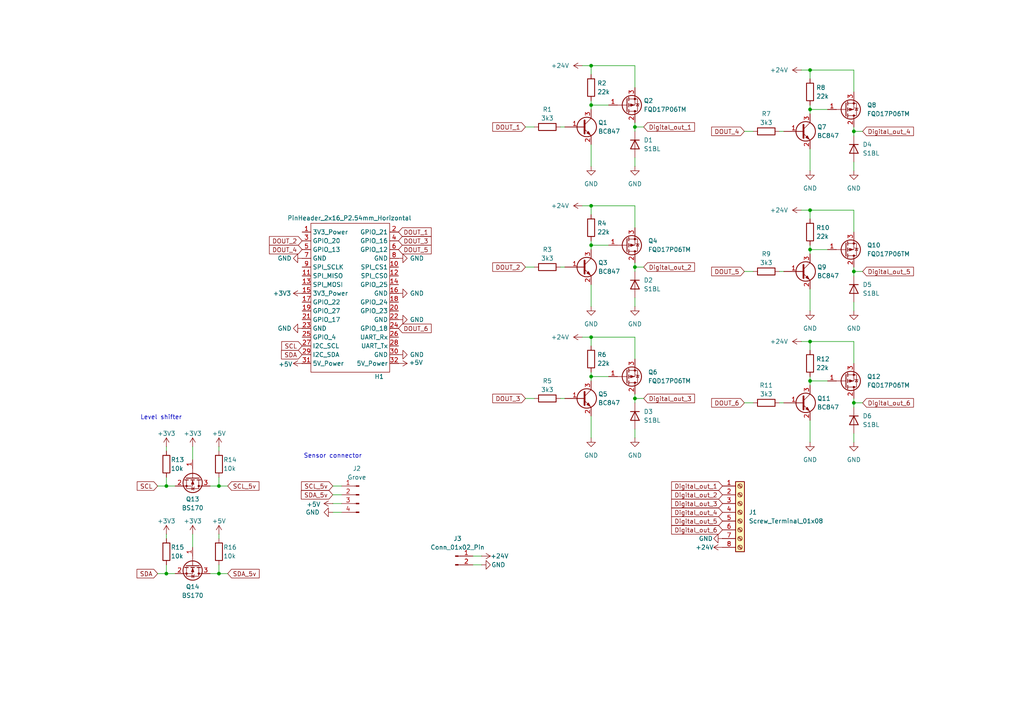
<source format=kicad_sch>
(kicad_sch (version 20231120) (generator "eeschema") (generator_version "8.0")
  (paper "A4")
  (lib_symbols
    (symbol "Connector:Conn_01x02_Pin" (pin_names (offset 1.016) hide)
      (property "Reference" "J" (at 0 2.54 0))
      (property "Value" "Conn_01x02_Pin" (at 0 -5.08 0))
      (symbol "Conn_01x02_Pin_1_1"
        (polyline (pts (xy 1.27 -2.54) (xy 0.8636 -2.54)) (stroke (width 0.1524)))
        (polyline (pts (xy 1.27 0) (xy 0.8636 0)) (stroke (width 0.1524)))
        (rectangle (start 0.8636 -2.413) (end 0 -2.667) (stroke (width 0.1524)) (fill (type outline)))
        (rectangle (start 0.8636 0.127) (end 0 -0.127) (stroke (width 0.1524)) (fill (type outline)))
        (pin passive line (at 5.08 0 180) (length 3.81) (name "Pin_1") (number "1"))
        (pin passive line (at 5.08 -2.54 180) (length 3.81) (name "Pin_2") (number "2"))
      )
    )
    (symbol "Connector:Conn_01x04_Pin" (pin_names (offset 1.016) hide)
      (property "Reference" "J" (at 0 5.08 0))
      (property "Value" "Conn_01x04_Pin" (at 0 -7.62 0))
      (symbol "Conn_01x04_Pin_1_1"
        (polyline (pts (xy 1.27 -5.08) (xy 0.8636 -5.08)) (stroke (width 0.1524)))
        (polyline (pts (xy 1.27 -2.54) (xy 0.8636 -2.54)) (stroke (width 0.1524)))
        (polyline (pts (xy 1.27 0) (xy 0.8636 0)) (stroke (width 0.1524)))
        (polyline (pts (xy 1.27 2.54) (xy 0.8636 2.54)) (stroke (width 0.1524)))
        (rectangle (start 0.8636 -4.953) (end 0 -5.207) (stroke (width 0.1524)) (fill (type outline)))
        (rectangle (start 0.8636 -2.413) (end 0 -2.667) (stroke (width 0.1524)) (fill (type outline)))
        (rectangle (start 0.8636 0.127) (end 0 -0.127) (stroke (width 0.1524)) (fill (type outline)))
        (rectangle (start 0.8636 2.667) (end 0 2.413) (stroke (width 0.1524)) (fill (type outline)))
        (pin passive line (at 5.08 2.54 180) (length 3.81) (name "Pin_1") (number "1"))
        (pin passive line (at 5.08 0 180) (length 3.81) (name "Pin_2") (number "2"))
        (pin passive line (at 5.08 -2.54 180) (length 3.81) (name "Pin_3") (number "3"))
        (pin passive line (at 5.08 -5.08 180) (length 3.81) (name "Pin_4") (number "4"))
      )
    )
    (symbol "Connector:Screw_Terminal_01x08" (pin_names (offset 1.016) hide)
      (property "Reference" "J" (at 0 10.16 0))
      (property "Value" "Screw_Terminal_01x08" (at 0 -12.7 0))
      (symbol "Screw_Terminal_01x08_1_1"
        (rectangle (start -1.27 8.89) (end 1.27 -11.43) (stroke (width 0.254)) (fill (type background)))
        (circle (center 0 -10.16) (radius 0.635) (stroke (width 0.1524)))
        (circle (center 0 -7.62) (radius 0.635) (stroke (width 0.1524)))
        (circle (center 0 -5.08) (radius 0.635) (stroke (width 0.1524)))
        (circle (center 0 -2.54) (radius 0.635) (stroke (width 0.1524)))
        (polyline (pts (xy -0.5334 -9.8298) (xy 0.3302 -10.668)) (stroke (width 0.1524)))
        (polyline (pts (xy -0.5334 -7.2898) (xy 0.3302 -8.128)) (stroke (width 0.1524)))
        (polyline (pts (xy -0.5334 -4.7498) (xy 0.3302 -5.588)) (stroke (width 0.1524)))
        (polyline (pts (xy -0.5334 -2.2098) (xy 0.3302 -3.048)) (stroke (width 0.1524)))
        (polyline (pts (xy -0.5334 0.3302) (xy 0.3302 -0.508)) (stroke (width 0.1524)))
        (polyline (pts (xy -0.5334 2.8702) (xy 0.3302 2.032)) (stroke (width 0.1524)))
        (polyline (pts (xy -0.5334 5.4102) (xy 0.3302 4.572)) (stroke (width 0.1524)))
        (polyline (pts (xy -0.5334 7.9502) (xy 0.3302 7.112)) (stroke (width 0.1524)))
        (polyline (pts (xy -0.3556 -9.652) (xy 0.508 -10.4902)) (stroke (width 0.1524)))
        (polyline (pts (xy -0.3556 -7.112) (xy 0.508 -7.9502)) (stroke (width 0.1524)))
        (polyline (pts (xy -0.3556 -4.572) (xy 0.508 -5.4102)) (stroke (width 0.1524)))
        (polyline (pts (xy -0.3556 -2.032) (xy 0.508 -2.8702)) (stroke (width 0.1524)))
        (polyline (pts (xy -0.3556 0.508) (xy 0.508 -0.3302)) (stroke (width 0.1524)))
        (polyline (pts (xy -0.3556 3.048) (xy 0.508 2.2098)) (stroke (width 0.1524)))
        (polyline (pts (xy -0.3556 5.588) (xy 0.508 4.7498)) (stroke (width 0.1524)))
        (polyline (pts (xy -0.3556 8.128) (xy 0.508 7.2898)) (stroke (width 0.1524)))
        (circle (center 0 0) (radius 0.635) (stroke (width 0.1524)))
        (circle (center 0 2.54) (radius 0.635) (stroke (width 0.1524)))
        (circle (center 0 5.08) (radius 0.635) (stroke (width 0.1524)))
        (circle (center 0 7.62) (radius 0.635) (stroke (width 0.1524)))
        (pin passive line (at -5.08 7.62 0) (length 3.81) (name "Pin_1") (number "1"))
        (pin passive line (at -5.08 5.08 0) (length 3.81) (name "Pin_2") (number "2"))
        (pin passive line (at -5.08 2.54 0) (length 3.81) (name "Pin_3") (number "3"))
        (pin passive line (at -5.08 0 0) (length 3.81) (name "Pin_4") (number "4"))
        (pin passive line (at -5.08 -2.54 0) (length 3.81) (name "Pin_5") (number "5"))
        (pin passive line (at -5.08 -5.08 0) (length 3.81) (name "Pin_6") (number "6"))
        (pin passive line (at -5.08 -7.62 0) (length 3.81) (name "Pin_7") (number "7"))
        (pin passive line (at -5.08 -10.16 0) (length 3.81) (name "Pin_8") (number "8"))
      )
    )
    (symbol "Device:D" (pin_numbers hide) (pin_names (offset 1.016) hide)
      (property "Reference" "D" (at 0 2.54 0))
      (property "Value" "D" (at 0 -2.54 0))
      (symbol "D_0_1"
        (polyline (pts (xy -1.27 1.27) (xy -1.27 -1.27)) (stroke (width 0.254)))
        (polyline (pts (xy 1.27 0) (xy -1.27 0)))
        (polyline (pts (xy 1.27 1.27) (xy 1.27 -1.27) (xy -1.27 0) (xy 1.27 1.27)) (stroke (width 0.254)))
      )
      (symbol "D_1_1"
        (pin passive line (at -3.81 0 0) (length 2.54) (name "K") (number "1"))
        (pin passive line (at 3.81 0 180) (length 2.54) (name "A") (number "2"))
      )
    )
    (symbol "Device:Q_NMOS_GSD" (pin_names (offset 0) hide)
      (property "Reference" "Q" (at 5.08 1.27 0))
      (property "Value" "Q_NMOS_GSD" (at 5.08 -1.27 0))
      (symbol "Q_NMOS_GSD_0_1"
        (polyline (pts (xy 0.254 0) (xy -2.54 0)))
        (polyline (pts (xy 0.254 1.905) (xy 0.254 -1.905)) (stroke (width 0.254)))
        (polyline (pts (xy 0.762 -1.27) (xy 0.762 -2.286)) (stroke (width 0.254)))
        (polyline (pts (xy 0.762 0.508) (xy 0.762 -0.508)) (stroke (width 0.254)))
        (polyline (pts (xy 0.762 2.286) (xy 0.762 1.27)) (stroke (width 0.254)))
        (polyline (pts (xy 2.54 2.54) (xy 2.54 1.778)))
        (polyline (pts (xy 2.54 -2.54) (xy 2.54 0) (xy 0.762 0)))
        (polyline (pts (xy 0.762 -1.778) (xy 3.302 -1.778) (xy 3.302 1.778) (xy 0.762 1.778)))
        (polyline (pts (xy 1.016 0) (xy 2.032 0.381) (xy 2.032 -0.381) (xy 1.016 0)) (fill (type outline)))
        (polyline (pts (xy 2.794 0.508) (xy 2.921 0.381) (xy 3.683 0.381) (xy 3.81 0.254)))
        (polyline (pts (xy 3.302 0.381) (xy 2.921 -0.254) (xy 3.683 -0.254) (xy 3.302 0.381)))
        (circle (center 1.651 0) (radius 2.794) (stroke (width 0.254)))
        (circle (center 2.54 -1.778) (radius 0.254) (fill (type outline)))
        (circle (center 2.54 1.778) (radius 0.254) (fill (type outline)))
      )
      (symbol "Q_NMOS_GSD_1_1"
        (pin input line (at -5.08 0 0) (length 2.54) (name "G") (number "1"))
        (pin passive line (at 2.54 -5.08 90) (length 2.54) (name "S") (number "2"))
        (pin passive line (at 2.54 5.08 270) (length 2.54) (name "D") (number "3"))
      )
    )
    (symbol "Device:Q_PMOS_GDS" (pin_names (offset 0) hide)
      (property "Reference" "Q" (at 5.08 1.27 0))
      (property "Value" "Q_PMOS_GDS" (at 5.08 -1.27 0))
      (symbol "Q_PMOS_GDS_0_1"
        (polyline (pts (xy 0.254 0) (xy -2.54 0)))
        (polyline (pts (xy 0.254 1.905) (xy 0.254 -1.905)) (stroke (width 0.254)))
        (polyline (pts (xy 0.762 -1.27) (xy 0.762 -2.286)) (stroke (width 0.254)))
        (polyline (pts (xy 0.762 0.508) (xy 0.762 -0.508)) (stroke (width 0.254)))
        (polyline (pts (xy 0.762 2.286) (xy 0.762 1.27)) (stroke (width 0.254)))
        (polyline (pts (xy 2.54 2.54) (xy 2.54 1.778)))
        (polyline (pts (xy 2.54 -2.54) (xy 2.54 0) (xy 0.762 0)))
        (polyline (pts (xy 0.762 1.778) (xy 3.302 1.778) (xy 3.302 -1.778) (xy 0.762 -1.778)))
        (polyline (pts (xy 2.286 0) (xy 1.27 0.381) (xy 1.27 -0.381) (xy 2.286 0)) (fill (type outline)))
        (polyline (pts (xy 2.794 -0.508) (xy 2.921 -0.381) (xy 3.683 -0.381) (xy 3.81 -0.254)))
        (polyline (pts (xy 3.302 -0.381) (xy 2.921 0.254) (xy 3.683 0.254) (xy 3.302 -0.381)))
        (circle (center 1.651 0) (radius 2.794) (stroke (width 0.254)))
        (circle (center 2.54 -1.778) (radius 0.254) (fill (type outline)))
        (circle (center 2.54 1.778) (radius 0.254) (fill (type outline)))
      )
      (symbol "Q_PMOS_GDS_1_1"
        (pin input line (at -5.08 0 0) (length 2.54) (name "G") (number "1"))
        (pin passive line (at 2.54 5.08 270) (length 2.54) (name "D") (number "2"))
        (pin passive line (at 2.54 -5.08 90) (length 2.54) (name "S") (number "3"))
      )
    )
    (symbol "Device:R" (pin_numbers hide) (pin_names (offset 0))
      (property "Reference" "R" (at 2.032 0 90))
      (property "Value" "R" (at 0 0 90))
      (symbol "R_0_1"
        (rectangle (start -1.016 -2.54) (end 1.016 2.54) (stroke (width 0.254)))
      )
      (symbol "R_1_1"
        (pin passive line (at 0 3.81 270) (length 1.27) (name "~") (number "1"))
        (pin passive line (at 0 -3.81 90) (length 1.27) (name "~") (number "2"))
      )
    )
    (symbol "Edgeberry:Edgeberry_Cartridge_Connector"
      (property "Reference" "H" (at 8.382 -24.13 0))
      (property "Value" "Edgeberry Cartridge Connector" (at -0.254 21.844 0))
      (symbol "Edgeberry_Cartridge_Connector_0_1"
        (polyline (pts (xy -11.43 20.32) (xy 11.43 20.32) (xy 11.43 -22.86) (xy -11.43 -22.86) (xy -11.43 20.32)))
      )
      (symbol "Edgeberry_Cartridge_Connector_1_1"
        (pin output line (at -13.97 17.78 0) (length 2.54) (name "3V3_Power") (number "1"))
        (pin output line (at 13.97 7.62 180) (length 2.54) (name "SPI_CS1") (number "10"))
        (pin input line (at -13.97 5.08 0) (length 2.54) (name "SPI_MISO") (number "11"))
        (pin output line (at 13.97 5.08 180) (length 2.54) (name "SPI_CS0") (number "12"))
        (pin output line (at -13.97 2.54 0) (length 2.54) (name "SPI_MOSI") (number "13"))
        (pin bidirectional line (at 13.97 2.54 180) (length 2.54) (name "GPIO_25") (number "14"))
        (pin output line (at -13.97 0 0) (length 2.54) (name "3V3_Power") (number "15"))
        (pin bidirectional line (at 13.97 0 180) (length 2.54) (name "GND") (number "16"))
        (pin bidirectional line (at -13.97 -2.54 0) (length 2.54) (name "GPIO_22") (number "17"))
        (pin bidirectional line (at 13.97 -2.54 180) (length 2.54) (name "GPIO_24") (number "18"))
        (pin bidirectional line (at -13.97 -5.08 0) (length 2.54) (name "GPIO_27") (number "19"))
        (pin bidirectional line (at 13.97 17.78 180) (length 2.54) (name "GPIO_21") (number "2"))
        (pin bidirectional line (at 13.97 -5.08 180) (length 2.54) (name "GPIO_23") (number "20"))
        (pin bidirectional line (at -13.97 -7.62 0) (length 2.54) (name "GPIO_17") (number "21"))
        (pin output line (at 13.97 -7.62 180) (length 2.54) (name "GND") (number "22"))
        (pin output line (at -13.97 -10.16 0) (length 2.54) (name "GND") (number "23"))
        (pin bidirectional line (at 13.97 -10.16 180) (length 2.54) (name "GPIO_18") (number "24"))
        (pin bidirectional line (at -13.97 -12.7 0) (length 2.54) (name "GPIO_4") (number "25"))
        (pin input line (at 13.97 -12.7 180) (length 2.54) (name "UART_Rx") (number "26"))
        (pin output line (at -13.97 -15.24 0) (length 2.54) (name "I2C_SCL") (number "27"))
        (pin output line (at 13.97 -15.24 180) (length 2.54) (name "UART_Tx") (number "28"))
        (pin bidirectional line (at -13.97 -17.78 0) (length 2.54) (name "I2C_SDA") (number "29"))
        (pin bidirectional line (at -13.97 15.24 0) (length 2.54) (name "GPIO_20") (number "3"))
        (pin output line (at 13.97 -17.78 180) (length 2.54) (name "GND") (number "30"))
        (pin output line (at -13.97 -20.32 0) (length 2.54) (name "5V_Power") (number "31"))
        (pin output line (at 13.97 -20.32 180) (length 2.54) (name "5V_Power") (number "32"))
        (pin bidirectional line (at 13.97 15.24 180) (length 2.54) (name "GPIO_16") (number "4"))
        (pin bidirectional line (at -13.97 12.7 0) (length 2.54) (name "GPIO_13") (number "5"))
        (pin bidirectional line (at 13.97 12.7 180) (length 2.54) (name "GPIO_12") (number "6"))
        (pin output line (at -13.97 10.16 0) (length 2.54) (name "GND") (number "7"))
        (pin output line (at 13.97 10.16 180) (length 2.54) (name "GND") (number "8"))
        (pin output line (at -13.97 7.62 0) (length 2.54) (name "SPI_SCLK") (number "9"))
      )
    )
    (symbol "Transistor_BJT:BC847" (pin_names (offset 0) hide)
      (property "Reference" "Q" (at 5.08 1.905 0))
      (property "Value" "BC847" (at 5.08 0 0))
      (symbol "BC847_0_1"
        (polyline (pts (xy 0.635 0.635) (xy 2.54 2.54)))
        (polyline (pts (xy 0.635 -0.635) (xy 2.54 -2.54) (xy 2.54 -2.54)))
        (polyline (pts (xy 0.635 1.905) (xy 0.635 -1.905) (xy 0.635 -1.905)) (stroke (width 0.508)))
        (polyline (pts (xy 1.27 -1.778) (xy 1.778 -1.27) (xy 2.286 -2.286) (xy 1.27 -1.778) (xy 1.27 -1.778)) (fill (type outline)))
        (circle (center 1.27 0) (radius 2.8194) (stroke (width 0.254)))
      )
      (symbol "BC847_1_1"
        (pin input line (at -5.08 0 0) (length 5.715) (name "B") (number "1"))
        (pin passive line (at 2.54 -5.08 90) (length 2.54) (name "E") (number "2"))
        (pin passive line (at 2.54 5.08 270) (length 2.54) (name "C") (number "3"))
      )
    )
    (symbol "power:+24V" (power) (pin_numbers hide) (pin_names (offset 0) hide)
      (property "Value" "+24V" (at 0 3.556 0))
      (symbol "+24V_0_1"
        (polyline (pts (xy -0.762 1.27) (xy 0 2.54)))
        (polyline (pts (xy 0 0) (xy 0 2.54)))
        (polyline (pts (xy 0 2.54) (xy 0.762 1.27)))
      )
      (symbol "+24V_1_1"
        (pin power_in line (at 0 0 90) (length 0) (name "~") (number "1"))
      )
    )
    (symbol "power:+3V3" (power) (pin_numbers hide) (pin_names (offset 0) hide)
      (property "Value" "+3V3" (at 0 3.556 0))
      (symbol "+3V3_0_1"
        (polyline (pts (xy -0.762 1.27) (xy 0 2.54)))
        (polyline (pts (xy 0 0) (xy 0 2.54)))
        (polyline (pts (xy 0 2.54) (xy 0.762 1.27)))
      )
      (symbol "+3V3_1_1"
        (pin power_in line (at 0 0 90) (length 0) (name "~") (number "1"))
      )
    )
    (symbol "power:+5V" (power) (pin_numbers hide) (pin_names (offset 0) hide)
      (property "Value" "+5V" (at 0 3.556 0))
      (symbol "+5V_0_1"
        (polyline (pts (xy -0.762 1.27) (xy 0 2.54)))
        (polyline (pts (xy 0 0) (xy 0 2.54)))
        (polyline (pts (xy 0 2.54) (xy 0.762 1.27)))
      )
      (symbol "+5V_1_1"
        (pin power_in line (at 0 0 90) (length 0) (name "~") (number "1"))
      )
    )
    (symbol "power:GND" (power) (pin_numbers hide) (pin_names (offset 0) hide)
      (property "Value" "GND" (at 0 -3.81 0))
      (symbol "GND_0_1"
        (polyline (pts (xy 0 0) (xy 0 -1.27) (xy 1.27 -1.27) (xy 0 -2.54) (xy -1.27 -1.27) (xy 0 -1.27)))
      )
      (symbol "GND_1_1"
        (pin power_in line (at 0 0 270) (length 0) (name "~") (number "1"))
      )
    )
  )
  (junction (at 234.95 60.96))
  (junction (at 171.45 97.79))
  (junction (at 234.95 31.75))
  (junction (at 171.45 30.48))
  (junction (at 184.15 77.47))
  (junction (at 184.15 115.57))
  (junction (at 247.65 116.84))
  (junction (at 171.45 109.22))
  (junction (at 171.45 71.12))
  (junction (at 247.65 78.74))
  (junction (at 171.45 19.05))
  (junction (at 63.5 140.97))
  (junction (at 234.95 72.39))
  (junction (at 184.15 36.83))
  (junction (at 234.95 20.32))
  (junction (at 63.5 166.37))
  (junction (at 171.45 59.69))
  (junction (at 48.26 140.97))
  (junction (at 247.65 38.1))
  (junction (at 234.95 110.49))
  (junction (at 234.95 99.06))
  (junction (at 48.26 166.37))
  (wire (pts (xy 234.95 31.75) (xy 240.03 31.75)))
  (wire (pts (xy 152.4 115.57) (xy 154.94 115.57)))
  (wire (pts (xy 234.95 60.96) (xy 247.65 60.96)))
  (wire (pts (xy 226.06 78.74) (xy 227.33 78.74)))
  (wire (pts (xy 171.45 29.21) (xy 171.45 30.48)))
  (wire (pts (xy 63.5 129.54) (xy 63.5 130.81)))
  (wire (pts (xy 99.06 148.59) (xy 96.52 148.59)))
  (wire (pts (xy 60.96 166.37) (xy 63.5 166.37)))
  (wire (pts (xy 234.95 60.96) (xy 234.95 63.5)))
  (wire (pts (xy 247.65 38.1) (xy 247.65 39.37)))
  (wire (pts (xy 171.45 71.12) (xy 171.45 72.39)))
  (wire (pts (xy 234.95 99.06) (xy 234.95 101.6)))
  (wire (pts (xy 162.56 115.57) (xy 163.83 115.57)))
  (wire (pts (xy 247.65 77.47) (xy 247.65 78.74)))
  (wire (pts (xy 184.15 124.46) (xy 184.15 127)))
  (wire (pts (xy 171.45 71.12) (xy 176.53 71.12)))
  (wire (pts (xy 234.95 121.92) (xy 234.95 128.27)))
  (wire (pts (xy 168.91 97.79) (xy 171.45 97.79)))
  (wire (pts (xy 184.15 59.69) (xy 184.15 66.04)))
  (wire (pts (xy 171.45 30.48) (xy 176.53 30.48)))
  (wire (pts (xy 48.26 138.43) (xy 48.26 140.97)))
  (wire (pts (xy 60.96 140.97) (xy 63.5 140.97)))
  (wire (pts (xy 247.65 78.74) (xy 250.19 78.74)))
  (wire (pts (xy 184.15 114.3) (xy 184.15 115.57)))
  (wire (pts (xy 96.52 140.97) (xy 99.06 140.97)))
  (wire (pts (xy 171.45 19.05) (xy 184.15 19.05)))
  (wire (pts (xy 171.45 59.69) (xy 184.15 59.69)))
  (wire (pts (xy 171.45 109.22) (xy 176.53 109.22)))
  (wire (pts (xy 215.9 78.74) (xy 218.44 78.74)))
  (wire (pts (xy 63.5 140.97) (xy 63.5 138.43)))
  (wire (pts (xy 247.65 116.84) (xy 250.19 116.84)))
  (wire (pts (xy 152.4 36.83) (xy 154.94 36.83)))
  (wire (pts (xy 234.95 110.49) (xy 234.95 111.76)))
  (wire (pts (xy 63.5 140.97) (xy 66.04 140.97)))
  (wire (pts (xy 184.15 97.79) (xy 184.15 104.14)))
  (wire (pts (xy 247.65 87.63) (xy 247.65 90.17)))
  (wire (pts (xy 63.5 154.94) (xy 63.5 156.21)))
  (wire (pts (xy 184.15 35.56) (xy 184.15 36.83)))
  (wire (pts (xy 184.15 77.47) (xy 186.69 77.47)))
  (wire (pts (xy 247.65 36.83) (xy 247.65 38.1)))
  (wire (pts (xy 234.95 72.39) (xy 234.95 73.66)))
  (wire (pts (xy 184.15 36.83) (xy 186.69 36.83)))
  (wire (pts (xy 152.4 77.47) (xy 154.94 77.47)))
  (wire (pts (xy 234.95 43.18) (xy 234.95 49.53)))
  (wire (pts (xy 215.9 38.1) (xy 218.44 38.1)))
  (wire (pts (xy 55.88 154.94) (xy 55.88 158.75)))
  (wire (pts (xy 247.65 116.84) (xy 247.65 118.11)))
  (wire (pts (xy 184.15 86.36) (xy 184.15 88.9)))
  (wire (pts (xy 48.26 154.94) (xy 48.26 156.21)))
  (wire (pts (xy 99.06 146.05) (xy 96.52 146.05)))
  (wire (pts (xy 232.41 99.06) (xy 234.95 99.06)))
  (wire (pts (xy 247.65 99.06) (xy 247.65 105.41)))
  (wire (pts (xy 247.65 78.74) (xy 247.65 80.01)))
  (wire (pts (xy 63.5 166.37) (xy 63.5 163.83)))
  (wire (pts (xy 48.26 166.37) (xy 50.8 166.37)))
  (wire (pts (xy 171.45 120.65) (xy 171.45 127)))
  (wire (pts (xy 215.9 116.84) (xy 218.44 116.84)))
  (wire (pts (xy 234.95 31.75) (xy 234.95 33.02)))
  (wire (pts (xy 162.56 36.83) (xy 163.83 36.83)))
  (wire (pts (xy 171.45 97.79) (xy 184.15 97.79)))
  (wire (pts (xy 226.06 116.84) (xy 227.33 116.84)))
  (wire (pts (xy 234.95 20.32) (xy 234.95 22.86)))
  (wire (pts (xy 234.95 99.06) (xy 247.65 99.06)))
  (wire (pts (xy 171.45 19.05) (xy 171.45 21.59)))
  (wire (pts (xy 247.65 38.1) (xy 250.19 38.1)))
  (wire (pts (xy 226.06 38.1) (xy 227.33 38.1)))
  (wire (pts (xy 247.65 115.57) (xy 247.65 116.84)))
  (wire (pts (xy 168.91 59.69) (xy 171.45 59.69)))
  (wire (pts (xy 45.72 140.97) (xy 48.26 140.97)))
  (wire (pts (xy 168.91 19.05) (xy 171.45 19.05)))
  (wire (pts (xy 234.95 72.39) (xy 240.03 72.39)))
  (wire (pts (xy 234.95 83.82) (xy 234.95 90.17)))
  (wire (pts (xy 247.65 46.99) (xy 247.65 49.53)))
  (wire (pts (xy 45.72 166.37) (xy 48.26 166.37)))
  (wire (pts (xy 184.15 76.2) (xy 184.15 77.47)))
  (wire (pts (xy 171.45 69.85) (xy 171.45 71.12)))
  (wire (pts (xy 184.15 115.57) (xy 184.15 116.84)))
  (wire (pts (xy 171.45 82.55) (xy 171.45 88.9)))
  (wire (pts (xy 184.15 45.72) (xy 184.15 48.26)))
  (wire (pts (xy 48.26 163.83) (xy 48.26 166.37)))
  (wire (pts (xy 232.41 60.96) (xy 234.95 60.96)))
  (wire (pts (xy 234.95 30.48) (xy 234.95 31.75)))
  (wire (pts (xy 137.16 163.83) (xy 139.7 163.83)))
  (wire (pts (xy 171.45 107.95) (xy 171.45 109.22)))
  (wire (pts (xy 55.88 129.54) (xy 55.88 133.35)))
  (wire (pts (xy 171.45 97.79) (xy 171.45 100.33)))
  (wire (pts (xy 184.15 36.83) (xy 184.15 38.1)))
  (wire (pts (xy 234.95 110.49) (xy 240.03 110.49)))
  (wire (pts (xy 232.41 20.32) (xy 234.95 20.32)))
  (wire (pts (xy 234.95 20.32) (xy 247.65 20.32)))
  (wire (pts (xy 162.56 77.47) (xy 163.83 77.47)))
  (wire (pts (xy 234.95 109.22) (xy 234.95 110.49)))
  (wire (pts (xy 63.5 166.37) (xy 66.04 166.37)))
  (wire (pts (xy 137.16 161.29) (xy 139.7 161.29)))
  (wire (pts (xy 48.26 140.97) (xy 50.8 140.97)))
  (wire (pts (xy 171.45 59.69) (xy 171.45 62.23)))
  (wire (pts (xy 99.06 143.51) (xy 96.52 143.51)))
  (wire (pts (xy 247.65 60.96) (xy 247.65 67.31)))
  (wire (pts (xy 184.15 115.57) (xy 186.69 115.57)))
  (wire (pts (xy 247.65 20.32) (xy 247.65 26.67)))
  (wire (pts (xy 234.95 71.12) (xy 234.95 72.39)))
  (wire (pts (xy 171.45 30.48) (xy 171.45 31.75)))
  (wire (pts (xy 171.45 109.22) (xy 171.45 110.49)))
  (wire (pts (xy 48.26 129.54) (xy 48.26 130.81)))
  (wire (pts (xy 184.15 19.05) (xy 184.15 25.4)))
  (wire (pts (xy 171.45 41.91) (xy 171.45 48.26)))
  (wire (pts (xy 184.15 77.47) (xy 184.15 78.74)))
  (wire (pts (xy 247.65 125.73) (xy 247.65 128.27)))
  (text "Sensor connector" (at 96.52 132.334 0) (effects (font (size 1.27 1.27))))
  (text "Level shifter" (at 46.736 121.158 0) (effects (font (size 1.27 1.27))))
  (global_label "Digital_out_3" (shape input) (at 209.55 146.05 180) (property "Intersheetrefs" "${INTERSHEET_REFS}" (effects (hide yes))))
  (global_label "SDA_5v" (shape input) (at 96.52 143.51 180) (property "Intersheetrefs" "${INTERSHEET_REFS}" (effects (hide yes))))
  (global_label "DOUT_3" (shape input) (at 152.4 115.57 180) (property "Intersheetrefs" "${INTERSHEET_REFS}" (effects (hide yes))))
  (global_label "DOUT_3" (shape input) (at 115.57 69.85 0) (property "Intersheetrefs" "${INTERSHEET_REFS}" (effects (hide yes))))
  (global_label "DOUT_2" (shape input) (at 152.4 77.47 180) (property "Intersheetrefs" "${INTERSHEET_REFS}" (effects (hide yes))))
  (global_label "SCL" (shape input) (at 87.63 100.33 180) (property "Intersheetrefs" "${INTERSHEET_REFS}" (effects (hide yes))))
  (global_label "DOUT_6" (shape input) (at 115.57 95.25 0) (property "Intersheetrefs" "${INTERSHEET_REFS}" (effects (hide yes))))
  (global_label "Digital_out_2" (shape input) (at 186.69 77.47 0) (property "Intersheetrefs" "${INTERSHEET_REFS}" (effects (hide yes))))
  (global_label "SCL_5v" (shape input) (at 66.04 140.97 0) (property "Intersheetrefs" "${INTERSHEET_REFS}" (effects (hide yes))))
  (global_label "DOUT_1" (shape input) (at 115.57 67.31 0) (property "Intersheetrefs" "${INTERSHEET_REFS}" (effects (hide yes))))
  (global_label "SCL" (shape input) (at 45.72 140.97 180) (property "Intersheetrefs" "${INTERSHEET_REFS}" (effects (hide yes))))
  (global_label "Digital_out_4" (shape input) (at 250.19 38.1 0) (property "Intersheetrefs" "${INTERSHEET_REFS}" (effects (hide yes))))
  (global_label "Digital_out_6" (shape input) (at 209.55 153.67 180) (property "Intersheetrefs" "${INTERSHEET_REFS}" (effects (hide yes))))
  (global_label "DOUT_4" (shape input) (at 87.63 72.39 180) (property "Intersheetrefs" "${INTERSHEET_REFS}" (effects (hide yes))))
  (global_label "Digital_out_1" (shape input) (at 209.55 140.97 180) (property "Intersheetrefs" "${INTERSHEET_REFS}" (effects (hide yes))))
  (global_label "Digital_out_5" (shape input) (at 209.55 151.13 180) (property "Intersheetrefs" "${INTERSHEET_REFS}" (effects (hide yes))))
  (global_label "Digital_out_5" (shape input) (at 250.19 78.74 0) (property "Intersheetrefs" "${INTERSHEET_REFS}" (effects (hide yes))))
  (global_label "DOUT_5" (shape input) (at 215.9 78.74 180) (property "Intersheetrefs" "${INTERSHEET_REFS}" (effects (hide yes))))
  (global_label "Digital_out_6" (shape input) (at 250.19 116.84 0) (property "Intersheetrefs" "${INTERSHEET_REFS}" (effects (hide yes))))
  (global_label "DOUT_1" (shape input) (at 152.4 36.83 180) (property "Intersheetrefs" "${INTERSHEET_REFS}" (effects (hide yes))))
  (global_label "DOUT_4" (shape input) (at 215.9 38.1 180) (property "Intersheetrefs" "${INTERSHEET_REFS}" (effects (hide yes))))
  (global_label "SDA" (shape input) (at 87.63 102.87 180) (property "Intersheetrefs" "${INTERSHEET_REFS}" (effects (hide yes))))
  (global_label "Digital_out_2" (shape input) (at 209.55 143.51 180) (property "Intersheetrefs" "${INTERSHEET_REFS}" (effects (hide yes))))
  (global_label "SDA" (shape input) (at 45.72 166.37 180) (property "Intersheetrefs" "${INTERSHEET_REFS}" (effects (hide yes))))
  (global_label "SDA_5v" (shape input) (at 66.04 166.37 0) (property "Intersheetrefs" "${INTERSHEET_REFS}" (effects (hide yes))))
  (global_label "Digital_out_3" (shape input) (at 186.69 115.57 0) (property "Intersheetrefs" "${INTERSHEET_REFS}" (effects (hide yes))))
  (global_label "Digital_out_1" (shape input) (at 186.69 36.83 0) (property "Intersheetrefs" "${INTERSHEET_REFS}" (effects (hide yes))))
  (global_label "Digital_out_4" (shape input) (at 209.55 148.59 180) (property "Intersheetrefs" "${INTERSHEET_REFS}" (effects (hide yes))))
  (global_label "DOUT_2" (shape input) (at 87.63 69.85 180) (property "Intersheetrefs" "${INTERSHEET_REFS}" (effects (hide yes))))
  (global_label "SCL_5v" (shape input) (at 96.52 140.97 180) (property "Intersheetrefs" "${INTERSHEET_REFS}" (effects (hide yes))))
  (global_label "DOUT_5" (shape input) (at 115.57 72.39 0) (property "Intersheetrefs" "${INTERSHEET_REFS}" (effects (hide yes))))
  (global_label "DOUT_6" (shape input) (at 215.9 116.84 180) (property "Intersheetrefs" "${INTERSHEET_REFS}" (effects (hide yes))))
  (symbol (lib_id "Device:R") (at 171.45 66.04 0) (unit 1)
    (property "Reference" "R4" (at 173.228 64.77 0) (effects (justify left)))
    (property "Value" "22k" (at 173.228 67.31 0) (effects (justify left)))
    (property "Footprint" "Resistor_SMD:R_0805_2012Metric" (effects (hide yes)))
    (property "Description" "Resistor" (effects (hide yes)))
  )
  (symbol (lib_id "Device:R") (at 158.75 77.47 90) (unit 1)
    (property "Reference" "R3" (at 158.75 72.39 90))
    (property "Value" "3k3" (at 158.75 74.93 90))
    (property "Footprint" "Resistor_SMD:R_0805_2012Metric" (effects (hide yes)))
    (property "Description" "Resistor" (effects (hide yes)))
  )
  (symbol (lib_id "power:GND") (at 247.65 128.27 0) (unit 1)
    (property "Reference" "#PWR018" (effects (hide yes)))
    (property "Value" "GND" (at 247.65 133.35 0))
    (property "Description" "Power symbol creates a global label with name \"GND\" , ground" (effects (hide yes)))
  )
  (symbol (lib_id "power:+5V") (at 63.5 129.54 0) (unit 1)
    (property "Reference" "#PWR025" (effects (hide yes)))
    (property "Value" "+5V" (at 63.5 125.73 0))
    (property "Description" "Power symbol creates a global label with name \"+5V\"" (effects (hide yes)))
  )
  (symbol (lib_id "power:+5V") (at 63.5 154.94 0) (unit 1)
    (property "Reference" "#PWR026" (effects (hide yes)))
    (property "Value" "+5V" (at 63.5 151.13 0))
    (property "Description" "Power symbol creates a global label with name \"+5V\"" (effects (hide yes)))
  )
  (symbol (lib_id "Device:D") (at 184.15 120.65 270) (unit 1)
    (property "Reference" "D3" (at 186.69 119.3799 90) (effects (justify left)))
    (property "Value" "S1BL" (at 186.69 121.9199 90) (effects (justify left)))
    (property "Footprint" "emcosys:S1BL_diode" (effects (hide yes)))
    (property "Description" "Diode" (effects (hide yes)))
    (property "Sim.Device" "D" (effects (hide yes)))
    (property "Sim.Pins" "1=K 2=A" (effects (hide yes)))
  )
  (symbol (lib_id "power:GND") (at 115.57 85.09 90) (mirror x) (unit 1)
    (property "Reference" "#PWR036" (effects (hide yes)))
    (property "Value" "GND" (at 118.872 85.09 90) (effects (justify right)))
    (property "Description" "Power symbol creates a global label with name \"GND\" , ground" (effects (hide yes)))
  )
  (symbol (lib_id "power:+24V") (at 232.41 99.06 90) (unit 1)
    (property "Reference" "#PWR012" (effects (hide yes)))
    (property "Value" "+24V" (at 228.6 99.0599 90) (effects (justify left)))
    (property "Description" "Power symbol creates a global label with name \"+24V\"" (effects (hide yes)))
  )
  (symbol (lib_id "Transistor_BJT:BC847") (at 168.91 115.57 0) (unit 1)
    (property "Reference" "Q5" (at 173.482 114.3 0) (effects (justify left)))
    (property "Value" "BC847" (at 173.482 116.84 0) (effects (justify left)))
    (property "Footprint" "Package_TO_SOT_SMD:SOT-23" (effects (hide yes)))
    (property "Datasheet" "http://www.infineon.com/dgdl/Infineon-BC847SERIES_BC848SERIES_BC849SERIES_BC850SERIES-DS-v01_01-en.pdf?fileId=db3a304314dca389011541d4630a1657" (effects (hide yes)))
    (property "Description" "0.1A Ic, 45V Vce, NPN Transistor, SOT-23" (effects (hide yes)))
  )
  (symbol (lib_id "Device:R") (at 63.5 134.62 0) (unit 1)
    (property "Reference" "R14" (at 64.77 133.35 0) (effects (justify left)))
    (property "Value" "10k" (at 64.77 135.89 0) (effects (justify left)))
    (property "Footprint" "Resistor_SMD:R_0805_2012Metric" (effects (hide yes)))
    (property "Description" "Resistor" (effects (hide yes)))
  )
  (symbol (lib_id "Device:R") (at 171.45 104.14 0) (unit 1)
    (property "Reference" "R6" (at 173.228 102.87 0) (effects (justify left)))
    (property "Value" "22k" (at 173.228 105.41 0) (effects (justify left)))
    (property "Footprint" "Resistor_SMD:R_0805_2012Metric" (effects (hide yes)))
    (property "Description" "Resistor" (effects (hide yes)))
  )
  (symbol (lib_id "Device:Q_PMOS_GDS") (at 245.11 31.75 0) (mirror x) (unit 1)
    (property "Reference" "Q8" (at 251.46 30.48 0) (effects (justify left)))
    (property "Value" "FQD17P06TM" (at 251.46 33.02 0) (effects (justify left)))
    (property "Footprint" "Package_TO_SOT_SMD:TO-252-2" (effects (hide yes)))
    (property "Description" "P-MOSFET transistor, gate/drain/source" (effects (hide yes)))
  )
  (symbol (lib_id "power:+3V3") (at 87.63 85.09 90) (unit 1)
    (property "Reference" "#PWR039" (effects (hide yes)))
    (property "Value" "+3V3" (at 81.788 85.09 90))
    (property "Description" "Power symbol creates a global label with name \"+3V3\"" (effects (hide yes)))
  )
  (symbol (lib_id "power:+24V") (at 232.41 60.96 90) (unit 1)
    (property "Reference" "#PWR011" (effects (hide yes)))
    (property "Value" "+24V" (at 228.6 60.9599 90) (effects (justify left)))
    (property "Description" "Power symbol creates a global label with name \"+24V\"" (effects (hide yes)))
  )
  (symbol (lib_id "Connector:Screw_Terminal_01x08") (at 214.63 148.59 0) (unit 1)
    (property "Reference" "J1" (at 217.17 148.5899 0) (effects (justify left)))
    (property "Value" "Screw_Terminal_01x08" (at 217.17 151.1299 0) (effects (justify left)))
    (property "Footprint" "Connector_Phoenix_MSTB:PhoenixContact_MSTBA_2,5_8-G-5,08_1x08_P5.08mm_Horizontal" (effects (hide yes)))
    (property "Description" "Generic screw terminal, single row, 01x08, script generated (kicad-library-utils/schlib/autogen/connector/)" (effects (hide yes)))
  )
  (symbol (lib_id "Edgeberry:Edgeberry_Cartridge_Connector") (at 101.6 85.09 0) (unit 1)
    (property "Reference" "H1" (at 109.982 109.22 0))
    (property "Value" "PinHeader_2x16_P2.54mm_Horizontal" (at 101.346 63.246 0))
    (property "Footprint" "Connector_PinHeader_2.54mm:PinHeader_2x16_P2.54mm_Horizontal" (effects (hide yes)))
  )
  (symbol (lib_id "power:+5V") (at 87.63 105.41 90) (unit 1)
    (property "Reference" "#PWR031" (effects (hide yes)))
    (property "Value" "+5V" (at 82.804 105.664 90))
    (property "Description" "Power symbol creates a global label with name \"+5V\"" (effects (hide yes)))
  )
  (symbol (lib_id "power:GND") (at 139.7 163.83 90) (unit 1)
    (property "Reference" "#PWR024" (effects (hide yes)))
    (property "Value" "GND" (at 142.494 163.83 90) (effects (justify right)))
    (property "Description" "Power symbol creates a global label with name \"GND\" , ground" (effects (hide yes)))
  )
  (symbol (lib_id "power:+24V") (at 168.91 59.69 90) (unit 1)
    (property "Reference" "#PWR04" (effects (hide yes)))
    (property "Value" "+24V" (at 165.1 59.6899 90) (effects (justify left)))
    (property "Description" "Power symbol creates a global label with name \"+24V\"" (effects (hide yes)))
  )
  (symbol (lib_id "Device:D") (at 247.65 83.82 270) (unit 1)
    (property "Reference" "D5" (at 250.19 82.5499 90) (effects (justify left)))
    (property "Value" "S1BL" (at 250.19 85.0899 90) (effects (justify left)))
    (property "Footprint" "emcosys:S1BL_diode" (effects (hide yes)))
    (property "Description" "Diode" (effects (hide yes)))
    (property "Sim.Device" "D" (effects (hide yes)))
    (property "Sim.Pins" "1=K 2=A" (effects (hide yes)))
  )
  (symbol (lib_id "power:+3V3") (at 55.88 129.54 0) (unit 1)
    (property "Reference" "#PWR030" (effects (hide yes)))
    (property "Value" "+3V3" (at 55.88 125.73 0))
    (property "Description" "Power symbol creates a global label with name \"+3V3\"" (effects (hide yes)))
  )
  (symbol (lib_id "Device:D") (at 184.15 82.55 270) (unit 1)
    (property "Reference" "D2" (at 186.69 81.2799 90) (effects (justify left)))
    (property "Value" "S1BL" (at 186.69 83.8199 90) (effects (justify left)))
    (property "Footprint" "emcosys:S1BL_diode" (effects (hide yes)))
    (property "Description" "Diode" (effects (hide yes)))
    (property "Sim.Device" "D" (effects (hide yes)))
    (property "Sim.Pins" "1=K 2=A" (effects (hide yes)))
  )
  (symbol (lib_id "power:GND") (at 209.55 156.21 270) (unit 1)
    (property "Reference" "#PWR019" (effects (hide yes)))
    (property "Value" "GND" (at 206.756 156.21 90) (effects (justify right)))
    (property "Description" "Power symbol creates a global label with name \"GND\" , ground" (effects (hide yes)))
  )
  (symbol (lib_id "power:GND") (at 115.57 92.71 90) (mirror x) (unit 1)
    (property "Reference" "#PWR037" (effects (hide yes)))
    (property "Value" "GND" (at 118.872 92.71 90) (effects (justify right)))
    (property "Description" "Power symbol creates a global label with name \"GND\" , ground" (effects (hide yes)))
  )
  (symbol (lib_id "power:GND") (at 247.65 90.17 0) (unit 1)
    (property "Reference" "#PWR017" (effects (hide yes)))
    (property "Value" "GND" (at 247.65 95.25 0))
    (property "Description" "Power symbol creates a global label with name \"GND\" , ground" (effects (hide yes)))
  )
  (symbol (lib_id "Transistor_BJT:BC847") (at 232.41 78.74 0) (unit 1)
    (property "Reference" "Q9" (at 236.982 77.47 0) (effects (justify left)))
    (property "Value" "BC847" (at 236.982 80.01 0) (effects (justify left)))
    (property "Footprint" "Package_TO_SOT_SMD:SOT-23" (effects (hide yes)))
    (property "Datasheet" "http://www.infineon.com/dgdl/Infineon-BC847SERIES_BC848SERIES_BC849SERIES_BC850SERIES-DS-v01_01-en.pdf?fileId=db3a304314dca389011541d4630a1657" (effects (hide yes)))
    (property "Description" "0.1A Ic, 45V Vce, NPN Transistor, SOT-23" (effects (hide yes)))
  )
  (symbol (lib_id "Connector:Conn_01x02_Pin") (at 132.08 161.29 0) (unit 1)
    (property "Reference" "J3" (at 132.715 156.21 0))
    (property "Value" "Conn_01x02_Pin" (at 132.715 158.75 0))
    (property "Footprint" "Connector_Molex:Molex_KK-254_AE-6410-02A_1x02_P2.54mm_Vertical" (effects (hide yes)))
    (property "Description" "Generic connector, single row, 01x02, script generated" (effects (hide yes)))
  )
  (symbol (lib_id "power:GND") (at 247.65 49.53 0) (unit 1)
    (property "Reference" "#PWR016" (effects (hide yes)))
    (property "Value" "GND" (at 247.65 54.61 0))
    (property "Description" "Power symbol creates a global label with name \"GND\" , ground" (effects (hide yes)))
  )
  (symbol (lib_id "Device:R") (at 222.25 78.74 90) (unit 1)
    (property "Reference" "R9" (at 222.25 73.66 90))
    (property "Value" "3k3" (at 222.25 76.2 90))
    (property "Footprint" "Resistor_SMD:R_0805_2012Metric" (effects (hide yes)))
    (property "Description" "Resistor" (effects (hide yes)))
  )
  (symbol (lib_id "power:GND") (at 171.45 48.26 0) (unit 1)
    (property "Reference" "#PWR02" (effects (hide yes)))
    (property "Value" "GND" (at 171.45 53.34 0))
    (property "Description" "Power symbol creates a global label with name \"GND\" , ground" (effects (hide yes)))
  )
  (symbol (lib_id "Device:Q_PMOS_GDS") (at 245.11 72.39 0) (mirror x) (unit 1)
    (property "Reference" "Q10" (at 251.46 71.12 0) (effects (justify left)))
    (property "Value" "FQD17P06TM" (at 251.46 73.66 0) (effects (justify left)))
    (property "Footprint" "Package_TO_SOT_SMD:TO-252-2" (effects (hide yes)))
    (property "Description" "P-MOSFET transistor, gate/drain/source" (effects (hide yes)))
  )
  (symbol (lib_id "power:GND") (at 184.15 48.26 0) (unit 1)
    (property "Reference" "#PWR01" (effects (hide yes)))
    (property "Value" "GND" (at 184.15 53.34 0))
    (property "Description" "Power symbol creates a global label with name \"GND\" , ground" (effects (hide yes)))
  )
  (symbol (lib_id "Device:D") (at 184.15 41.91 270) (unit 1)
    (property "Reference" "D1" (at 186.69 40.6399 90) (effects (justify left)))
    (property "Value" "S1BL" (at 186.69 43.1799 90) (effects (justify left)))
    (property "Footprint" "emcosys:S1BL_diode" (effects (hide yes)))
    (property "Description" "Diode" (effects (hide yes)))
    (property "Sim.Device" "D" (effects (hide yes)))
    (property "Sim.Pins" "1=K 2=A" (effects (hide yes)))
  )
  (symbol (lib_id "Transistor_BJT:BC847") (at 232.41 38.1 0) (unit 1)
    (property "Reference" "Q7" (at 236.982 36.83 0) (effects (justify left)))
    (property "Value" "BC847" (at 236.982 39.37 0) (effects (justify left)))
    (property "Footprint" "Package_TO_SOT_SMD:SOT-23" (effects (hide yes)))
    (property "Datasheet" "http://www.infineon.com/dgdl/Infineon-BC847SERIES_BC848SERIES_BC849SERIES_BC850SERIES-DS-v01_01-en.pdf?fileId=db3a304314dca389011541d4630a1657" (effects (hide yes)))
    (property "Description" "0.1A Ic, 45V Vce, NPN Transistor, SOT-23" (effects (hide yes)))
  )
  (symbol (lib_id "power:GND") (at 234.95 90.17 0) (unit 1)
    (property "Reference" "#PWR014" (effects (hide yes)))
    (property "Value" "GND" (at 234.95 95.25 0))
    (property "Description" "Power symbol creates a global label with name \"GND\" , ground" (effects (hide yes)))
  )
  (symbol (lib_id "Device:R") (at 234.95 26.67 0) (unit 1)
    (property "Reference" "R8" (at 236.728 25.4 0) (effects (justify left)))
    (property "Value" "22k" (at 236.728 27.94 0) (effects (justify left)))
    (property "Footprint" "Resistor_SMD:R_0805_2012Metric" (effects (hide yes)))
    (property "Description" "Resistor" (effects (hide yes)))
  )
  (symbol (lib_id "power:GND") (at 87.63 95.25 270) (mirror x) (unit 1)
    (property "Reference" "#PWR034" (effects (hide yes)))
    (property "Value" "GND" (at 84.582 95.25 90) (effects (justify right)))
    (property "Description" "Power symbol creates a global label with name \"GND\" , ground" (effects (hide yes)))
  )
  (symbol (lib_id "Device:R") (at 222.25 38.1 90) (unit 1)
    (property "Reference" "R7" (at 222.25 33.02 90))
    (property "Value" "3k3" (at 222.25 35.56 90))
    (property "Footprint" "Resistor_SMD:R_0805_2012Metric" (effects (hide yes)))
    (property "Description" "Resistor" (effects (hide yes)))
  )
  (symbol (lib_id "power:+5V") (at 96.52 146.05 90) (unit 1)
    (property "Reference" "#PWR021" (effects (hide yes)))
    (property "Value" "+5V" (at 90.932 146.304 90))
    (property "Description" "Power symbol creates a global label with name \"+5V\"" (effects (hide yes)))
  )
  (symbol (lib_id "power:GND") (at 115.57 102.87 90) (mirror x) (unit 1)
    (property "Reference" "#PWR038" (effects (hide yes)))
    (property "Value" "GND" (at 118.872 102.87 90) (effects (justify right)))
    (property "Description" "Power symbol creates a global label with name \"GND\" , ground" (effects (hide yes)))
  )
  (symbol (lib_id "power:GND") (at 184.15 88.9 0) (unit 1)
    (property "Reference" "#PWR06" (effects (hide yes)))
    (property "Value" "GND" (at 184.15 93.98 0))
    (property "Description" "Power symbol creates a global label with name \"GND\" , ground" (effects (hide yes)))
  )
  (symbol (lib_id "Transistor_BJT:BC847") (at 168.91 77.47 0) (unit 1)
    (property "Reference" "Q3" (at 173.482 76.2 0) (effects (justify left)))
    (property "Value" "BC847" (at 173.482 78.74 0) (effects (justify left)))
    (property "Footprint" "Package_TO_SOT_SMD:SOT-23" (effects (hide yes)))
    (property "Datasheet" "http://www.infineon.com/dgdl/Infineon-BC847SERIES_BC848SERIES_BC849SERIES_BC850SERIES-DS-v01_01-en.pdf?fileId=db3a304314dca389011541d4630a1657" (effects (hide yes)))
    (property "Description" "0.1A Ic, 45V Vce, NPN Transistor, SOT-23" (effects (hide yes)))
  )
  (symbol (lib_id "Device:Q_PMOS_GDS") (at 245.11 110.49 0) (mirror x) (unit 1)
    (property "Reference" "Q12" (at 251.46 109.22 0) (effects (justify left)))
    (property "Value" "FQD17P06TM" (at 251.46 111.76 0) (effects (justify left)))
    (property "Footprint" "Package_TO_SOT_SMD:TO-252-2" (effects (hide yes)))
    (property "Description" "P-MOSFET transistor, gate/drain/source" (effects (hide yes)))
  )
  (symbol (lib_id "power:+3V3") (at 48.26 129.54 0) (unit 1)
    (property "Reference" "#PWR027" (effects (hide yes)))
    (property "Value" "+3V3" (at 48.26 125.73 0))
    (property "Description" "Power symbol creates a global label with name \"+3V3\"" (effects (hide yes)))
  )
  (symbol (lib_id "power:+3V3") (at 48.26 154.94 0) (unit 1)
    (property "Reference" "#PWR028" (effects (hide yes)))
    (property "Value" "+3V3" (at 48.26 151.13 0))
    (property "Description" "Power symbol creates a global label with name \"+3V3\"" (effects (hide yes)))
  )
  (symbol (lib_id "power:+24V") (at 168.91 97.79 90) (unit 1)
    (property "Reference" "#PWR07" (effects (hide yes)))
    (property "Value" "+24V" (at 165.1 97.7899 90) (effects (justify left)))
    (property "Description" "Power symbol creates a global label with name \"+24V\"" (effects (hide yes)))
  )
  (symbol (lib_id "Device:R") (at 158.75 115.57 90) (unit 1)
    (property "Reference" "R5" (at 158.75 110.49 90))
    (property "Value" "3k3" (at 158.75 113.03 90))
    (property "Footprint" "Resistor_SMD:R_0805_2012Metric" (effects (hide yes)))
    (property "Description" "Resistor" (effects (hide yes)))
  )
  (symbol (lib_id "Device:Q_NMOS_GSD") (at 55.88 138.43 270) (unit 1)
    (property "Reference" "Q13" (at 55.88 144.78 90))
    (property "Value" "BS170" (at 55.88 147.32 90))
    (property "Footprint" "Package_TO_SOT_SMD:SOT-23" (effects (hide yes)))
    (property "Description" "N-MOSFET transistor, gate/source/drain" (effects (hide yes)))
  )
  (symbol (lib_id "power:GND") (at 96.52 148.59 270) (mirror x) (unit 1)
    (property "Reference" "#PWR022" (effects (hide yes)))
    (property "Value" "GND" (at 92.71 148.5899 90) (effects (justify right)))
    (property "Description" "Power symbol creates a global label with name \"GND\" , ground" (effects (hide yes)))
  )
  (symbol (lib_id "Device:D") (at 247.65 121.92 270) (unit 1)
    (property "Reference" "D6" (at 250.19 120.6499 90) (effects (justify left)))
    (property "Value" "S1BL" (at 250.19 123.1899 90) (effects (justify left)))
    (property "Footprint" "emcosys:S1BL_diode" (effects (hide yes)))
    (property "Description" "Diode" (effects (hide yes)))
    (property "Sim.Device" "D" (effects (hide yes)))
    (property "Sim.Pins" "1=K 2=A" (effects (hide yes)))
  )
  (symbol (lib_id "power:+5V") (at 115.57 105.41 270) (unit 1)
    (property "Reference" "#PWR032" (effects (hide yes)))
    (property "Value" "+5V" (at 120.65 105.156 90))
    (property "Description" "Power symbol creates a global label with name \"+5V\"" (effects (hide yes)))
  )
  (symbol (lib_id "power:GND") (at 234.95 49.53 0) (unit 1)
    (property "Reference" "#PWR013" (effects (hide yes)))
    (property "Value" "GND" (at 234.95 54.61 0))
    (property "Description" "Power symbol creates a global label with name \"GND\" , ground" (effects (hide yes)))
  )
  (symbol (lib_id "Device:R") (at 63.5 160.02 0) (unit 1)
    (property "Reference" "R16" (at 64.77 158.75 0) (effects (justify left)))
    (property "Value" "10k" (at 64.77 161.29 0) (effects (justify left)))
    (property "Footprint" "Resistor_SMD:R_0805_2012Metric" (effects (hide yes)))
    (property "Description" "Resistor" (effects (hide yes)))
  )
  (symbol (lib_id "power:+24V") (at 232.41 20.32 90) (unit 1)
    (property "Reference" "#PWR010" (effects (hide yes)))
    (property "Value" "+24V" (at 228.6 20.3199 90) (effects (justify left)))
    (property "Description" "Power symbol creates a global label with name \"+24V\"" (effects (hide yes)))
  )
  (symbol (lib_id "power:+24V") (at 139.7 161.29 270) (unit 1)
    (property "Reference" "#PWR023" (effects (hide yes)))
    (property "Value" "+24V" (at 142.24 161.29 90) (effects (justify left)))
    (property "Description" "Power symbol creates a global label with name \"+24V\"" (effects (hide yes)))
  )
  (symbol (lib_id "Device:R") (at 171.45 25.4 0) (unit 1)
    (property "Reference" "R2" (at 173.228 24.13 0) (effects (justify left)))
    (property "Value" "22k" (at 173.228 26.67 0) (effects (justify left)))
    (property "Footprint" "Resistor_SMD:R_0805_2012Metric" (effects (hide yes)))
    (property "Description" "Resistor" (effects (hide yes)))
  )
  (symbol (lib_id "power:GND") (at 87.63 74.93 270) (mirror x) (unit 1)
    (property "Reference" "#PWR033" (effects (hide yes)))
    (property "Value" "GND" (at 84.582 74.93 90) (effects (justify right)))
    (property "Description" "Power symbol creates a global label with name \"GND\" , ground" (effects (hide yes)))
  )
  (symbol (lib_id "Device:R") (at 222.25 116.84 90) (unit 1)
    (property "Reference" "R11" (at 222.25 111.76 90))
    (property "Value" "3k3" (at 222.25 114.3 90))
    (property "Footprint" "Resistor_SMD:R_0805_2012Metric" (effects (hide yes)))
    (property "Description" "Resistor" (effects (hide yes)))
  )
  (symbol (lib_id "Device:R") (at 48.26 134.62 0) (unit 1)
    (property "Reference" "R13" (at 49.53 133.35 0) (effects (justify left)))
    (property "Value" "10k" (at 49.53 135.89 0) (effects (justify left)))
    (property "Footprint" "Resistor_SMD:R_0805_2012Metric" (effects (hide yes)))
    (property "Description" "Resistor" (effects (hide yes)))
  )
  (symbol (lib_id "Device:R") (at 158.75 36.83 90) (unit 1)
    (property "Reference" "R1" (at 158.75 31.75 90))
    (property "Value" "3k3" (at 158.75 34.29 90))
    (property "Footprint" "Resistor_SMD:R_0805_2012Metric" (effects (hide yes)))
    (property "Description" "Resistor" (effects (hide yes)))
  )
  (symbol (lib_id "Device:R") (at 48.26 160.02 0) (unit 1)
    (property "Reference" "R15" (at 49.53 158.75 0) (effects (justify left)))
    (property "Value" "10k" (at 49.53 161.29 0) (effects (justify left)))
    (property "Footprint" "Resistor_SMD:R_0805_2012Metric" (effects (hide yes)))
    (property "Description" "Resistor" (effects (hide yes)))
  )
  (symbol (lib_id "Device:Q_NMOS_GSD") (at 55.88 163.83 270) (unit 1)
    (property "Reference" "Q14" (at 55.88 170.18 90))
    (property "Value" "BS170" (at 55.88 172.72 90))
    (property "Footprint" "Package_TO_SOT_SMD:SOT-23" (effects (hide yes)))
    (property "Description" "N-MOSFET transistor, gate/source/drain" (effects (hide yes)))
  )
  (symbol (lib_id "Transistor_BJT:BC847") (at 232.41 116.84 0) (unit 1)
    (property "Reference" "Q11" (at 236.982 115.57 0) (effects (justify left)))
    (property "Value" "BC847" (at 236.982 118.11 0) (effects (justify left)))
    (property "Footprint" "Package_TO_SOT_SMD:SOT-23" (effects (hide yes)))
    (property "Datasheet" "http://www.infineon.com/dgdl/Infineon-BC847SERIES_BC848SERIES_BC849SERIES_BC850SERIES-DS-v01_01-en.pdf?fileId=db3a304314dca389011541d4630a1657" (effects (hide yes)))
    (property "Description" "0.1A Ic, 45V Vce, NPN Transistor, SOT-23" (effects (hide yes)))
  )
  (symbol (lib_id "power:+24V") (at 209.55 158.75 90) (unit 1)
    (property "Reference" "#PWR020" (effects (hide yes)))
    (property "Value" "+24V" (at 207.01 158.75 90) (effects (justify left)))
    (property "Description" "Power symbol creates a global label with name \"+24V\"" (effects (hide yes)))
  )
  (symbol (lib_id "Device:Q_PMOS_GDS") (at 181.61 71.12 0) (mirror x) (unit 1)
    (property "Reference" "Q4" (at 187.96 69.85 0) (effects (justify left)))
    (property "Value" "FQD17P06TM" (at 187.96 72.39 0) (effects (justify left)))
    (property "Footprint" "Package_TO_SOT_SMD:TO-252-2" (effects (hide yes)))
    (property "Description" "P-MOSFET transistor, gate/drain/source" (effects (hide yes)))
  )
  (symbol (lib_id "power:GND") (at 115.57 74.93 90) (mirror x) (unit 1)
    (property "Reference" "#PWR035" (effects (hide yes)))
    (property "Value" "GND" (at 118.872 74.93 90) (effects (justify right)))
    (property "Description" "Power symbol creates a global label with name \"GND\" , ground" (effects (hide yes)))
  )
  (symbol (lib_id "power:GND") (at 234.95 128.27 0) (unit 1)
    (property "Reference" "#PWR015" (effects (hide yes)))
    (property "Value" "GND" (at 234.95 133.35 0))
    (property "Description" "Power symbol creates a global label with name \"GND\" , ground" (effects (hide yes)))
  )
  (symbol (lib_id "Device:R") (at 234.95 67.31 0) (unit 1)
    (property "Reference" "R10" (at 236.728 66.04 0) (effects (justify left)))
    (property "Value" "22k" (at 236.728 68.58 0) (effects (justify left)))
    (property "Footprint" "Resistor_SMD:R_0805_2012Metric" (effects (hide yes)))
    (property "Description" "Resistor" (effects (hide yes)))
  )
  (symbol (lib_id "power:GND") (at 171.45 127 0) (unit 1)
    (property "Reference" "#PWR08" (effects (hide yes)))
    (property "Value" "GND" (at 171.45 132.08 0))
    (property "Description" "Power symbol creates a global label with name \"GND\" , ground" (effects (hide yes)))
  )
  (symbol (lib_id "Connector:Conn_01x04_Pin") (at 104.14 143.51 0) (mirror y) (unit 1)
    (property "Reference" "J2" (at 103.505 135.89 0))
    (property "Value" "Grove" (at 103.505 138.43 0))
    (property "Footprint" "emcosys:Grove_SMD_right_angle" (effects (hide yes)))
    (property "Description" "Generic connector, single row, 01x04, script generated" (effects (hide yes)))
  )
  (symbol (lib_id "Device:Q_PMOS_GDS") (at 181.61 109.22 0) (mirror x) (unit 1)
    (property "Reference" "Q6" (at 187.96 107.95 0) (effects (justify left)))
    (property "Value" "FQD17P06TM" (at 187.96 110.49 0) (effects (justify left)))
    (property "Footprint" "Package_TO_SOT_SMD:TO-252-2" (effects (hide yes)))
    (property "Description" "P-MOSFET transistor, gate/drain/source" (effects (hide yes)))
  )
  (symbol (lib_id "power:+24V") (at 168.91 19.05 90) (unit 1)
    (property "Reference" "#PWR03" (effects (hide yes)))
    (property "Value" "+24V" (at 165.1 19.0499 90) (effects (justify left)))
    (property "Description" "Power symbol creates a global label with name \"+24V\"" (effects (hide yes)))
  )
  (symbol (lib_id "Device:Q_PMOS_GDS") (at 181.61 30.48 0) (mirror x) (unit 1)
    (property "Reference" "Q2" (at 186.69 29.21 0) (effects (justify left)))
    (property "Value" "FQD17P06TM" (at 186.69 31.75 0) (effects (justify left)))
    (property "Footprint" "Package_TO_SOT_SMD:TO-252-2" (effects (hide yes)))
    (property "Description" "P-MOSFET transistor, gate/drain/source" (effects (hide yes)))
  )
  (symbol (lib_id "power:GND") (at 171.45 88.9 0) (unit 1)
    (property "Reference" "#PWR05" (effects (hide yes)))
    (property "Value" "GND" (at 171.45 93.98 0))
    (property "Description" "Power symbol creates a global label with name \"GND\" , ground" (effects (hide yes)))
  )
  (symbol (lib_id "Device:R") (at 234.95 105.41 0) (unit 1)
    (property "Reference" "R12" (at 236.728 104.14 0) (effects (justify left)))
    (property "Value" "22k" (at 236.728 106.68 0) (effects (justify left)))
    (property "Footprint" "Resistor_SMD:R_0805_2012Metric" (effects (hide yes)))
    (property "Description" "Resistor" (effects (hide yes)))
  )
  (symbol (lib_id "power:+3V3") (at 55.88 154.94 0) (unit 1)
    (property "Reference" "#PWR029" (effects (hide yes)))
    (property "Value" "+3V3" (at 55.88 151.13 0))
    (property "Description" "Power symbol creates a global label with name \"+3V3\"" (effects (hide yes)))
  )
  (symbol (lib_id "Device:D") (at 247.65 43.18 270) (unit 1)
    (property "Reference" "D4" (at 250.19 41.9099 90) (effects (justify left)))
    (property "Value" "S1BL" (at 250.19 44.4499 90) (effects (justify left)))
    (property "Footprint" "emcosys:S1BL_diode" (effects (hide yes)))
    (property "Description" "Diode" (effects (hide yes)))
    (property "Sim.Device" "D" (effects (hide yes)))
    (property "Sim.Pins" "1=K 2=A" (effects (hide yes)))
  )
  (symbol (lib_id "power:GND") (at 184.15 127 0) (unit 1)
    (property "Reference" "#PWR09" (effects (hide yes)))
    (property "Value" "GND" (at 184.15 132.08 0))
    (property "Description" "Power symbol creates a global label with name \"GND\" , ground" (effects (hide yes)))
  )
  (symbol (lib_id "Transistor_BJT:BC847") (at 168.91 36.83 0) (unit 1)
    (property "Reference" "Q1" (at 173.482 35.56 0) (effects (justify left)))
    (property "Value" "BC847" (at 173.482 38.1 0) (effects (justify left)))
    (property "Footprint" "Package_TO_SOT_SMD:SOT-23" (effects (hide yes)))
    (property "Datasheet" "http://www.infineon.com/dgdl/Infineon-BC847SERIES_BC848SERIES_BC849SERIES_BC850SERIES-DS-v01_01-en.pdf?fileId=db3a304314dca389011541d4630a1657" (effects (hide yes)))
    (property "Description" "0.1A Ic, 45V Vce, NPN Transistor, SOT-23" (effects (hide yes)))
  )
)
</source>
